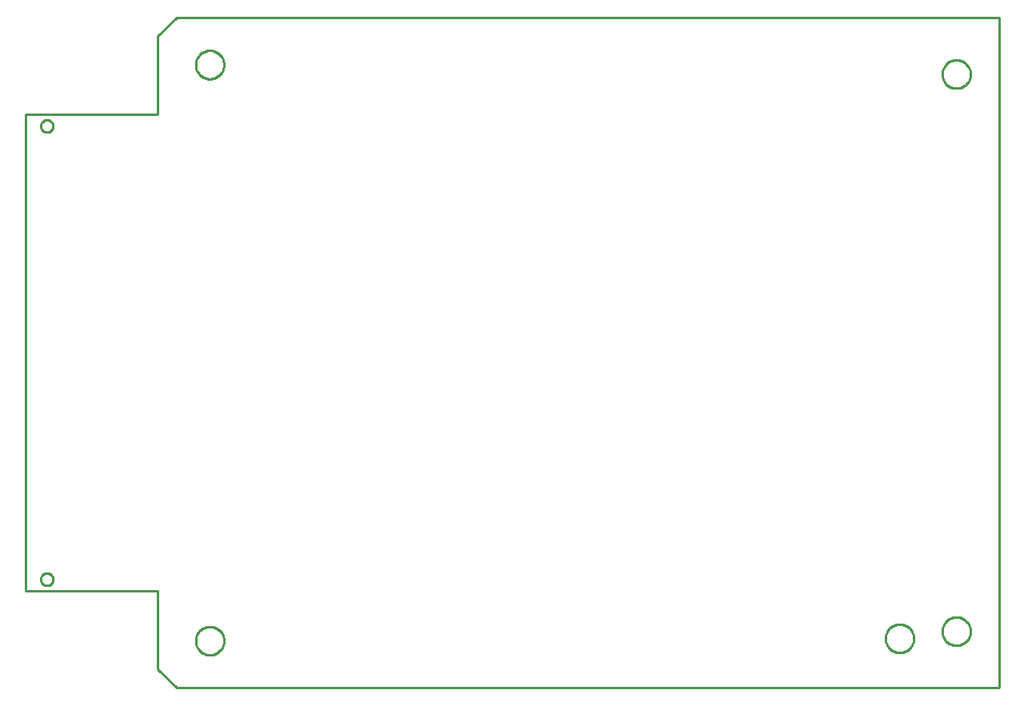
<source format=gbr>
G04 EAGLE Gerber RS-274X export*
G75*
%MOMM*%
%FSLAX34Y34*%
%LPD*%
%IN*%
%IPPOS*%
%AMOC8*
5,1,8,0,0,1.08239X$1,22.5*%
G01*
%ADD10C,0.254000*%


D10*
X0Y102465D02*
X140000Y102465D01*
X140000Y20000D01*
X160000Y0D01*
X1030000Y0D01*
X1030000Y710000D01*
X160000Y710000D01*
X140000Y690000D01*
X140000Y607535D01*
X0Y607535D01*
X0Y102465D01*
X29000Y114681D02*
X28937Y114045D01*
X28813Y113419D01*
X28627Y112808D01*
X28383Y112218D01*
X28082Y111654D01*
X27727Y111123D01*
X27322Y110630D01*
X26870Y110178D01*
X26377Y109773D01*
X25846Y109418D01*
X25282Y109117D01*
X24692Y108873D01*
X24081Y108687D01*
X23455Y108563D01*
X22819Y108500D01*
X22181Y108500D01*
X21545Y108563D01*
X20919Y108687D01*
X20308Y108873D01*
X19718Y109117D01*
X19154Y109418D01*
X18623Y109773D01*
X18130Y110178D01*
X17678Y110630D01*
X17273Y111123D01*
X16918Y111654D01*
X16617Y112218D01*
X16373Y112808D01*
X16187Y113419D01*
X16063Y114045D01*
X16000Y114681D01*
X16000Y115319D01*
X16063Y115955D01*
X16187Y116581D01*
X16373Y117192D01*
X16617Y117782D01*
X16918Y118346D01*
X17273Y118877D01*
X17678Y119370D01*
X18130Y119822D01*
X18623Y120227D01*
X19154Y120582D01*
X19718Y120883D01*
X20308Y121127D01*
X20919Y121313D01*
X21545Y121437D01*
X22181Y121500D01*
X22819Y121500D01*
X23455Y121437D01*
X24081Y121313D01*
X24692Y121127D01*
X25282Y120883D01*
X25846Y120582D01*
X26377Y120227D01*
X26870Y119822D01*
X27322Y119370D01*
X27727Y118877D01*
X28082Y118346D01*
X28383Y117782D01*
X28627Y117192D01*
X28813Y116581D01*
X28937Y115955D01*
X29000Y115319D01*
X29000Y114681D01*
X29000Y594681D02*
X28937Y594045D01*
X28813Y593419D01*
X28627Y592808D01*
X28383Y592218D01*
X28082Y591654D01*
X27727Y591123D01*
X27322Y590630D01*
X26870Y590178D01*
X26377Y589773D01*
X25846Y589418D01*
X25282Y589117D01*
X24692Y588873D01*
X24081Y588687D01*
X23455Y588563D01*
X22819Y588500D01*
X22181Y588500D01*
X21545Y588563D01*
X20919Y588687D01*
X20308Y588873D01*
X19718Y589117D01*
X19154Y589418D01*
X18623Y589773D01*
X18130Y590178D01*
X17678Y590630D01*
X17273Y591123D01*
X16918Y591654D01*
X16617Y592218D01*
X16373Y592808D01*
X16187Y593419D01*
X16063Y594045D01*
X16000Y594681D01*
X16000Y595319D01*
X16063Y595955D01*
X16187Y596581D01*
X16373Y597192D01*
X16617Y597782D01*
X16918Y598346D01*
X17273Y598877D01*
X17678Y599370D01*
X18130Y599822D01*
X18623Y600227D01*
X19154Y600582D01*
X19718Y600883D01*
X20308Y601127D01*
X20919Y601313D01*
X21545Y601437D01*
X22181Y601500D01*
X22819Y601500D01*
X23455Y601437D01*
X24081Y601313D01*
X24692Y601127D01*
X25282Y600883D01*
X25846Y600582D01*
X26377Y600227D01*
X26870Y599822D01*
X27322Y599370D01*
X27727Y598877D01*
X28082Y598346D01*
X28383Y597782D01*
X28627Y597192D01*
X28813Y596581D01*
X28937Y595955D01*
X29000Y595319D01*
X29000Y594681D01*
X210000Y659464D02*
X209924Y658396D01*
X209771Y657335D01*
X209543Y656288D01*
X209241Y655260D01*
X208867Y654256D01*
X208422Y653281D01*
X207908Y652341D01*
X207329Y651440D01*
X206687Y650582D01*
X205985Y649772D01*
X205228Y649015D01*
X204418Y648313D01*
X203560Y647671D01*
X202659Y647092D01*
X201719Y646578D01*
X200744Y646133D01*
X199740Y645759D01*
X198712Y645457D01*
X197665Y645229D01*
X196604Y645076D01*
X195536Y645000D01*
X194464Y645000D01*
X193396Y645076D01*
X192335Y645229D01*
X191288Y645457D01*
X190260Y645759D01*
X189256Y646133D01*
X188281Y646578D01*
X187341Y647092D01*
X186440Y647671D01*
X185582Y648313D01*
X184772Y649015D01*
X184015Y649772D01*
X183313Y650582D01*
X182671Y651440D01*
X182092Y652341D01*
X181578Y653281D01*
X181133Y654256D01*
X180759Y655260D01*
X180457Y656288D01*
X180229Y657335D01*
X180076Y658396D01*
X180000Y659464D01*
X180000Y660536D01*
X180076Y661604D01*
X180229Y662665D01*
X180457Y663712D01*
X180759Y664740D01*
X181133Y665744D01*
X181578Y666719D01*
X182092Y667659D01*
X182671Y668560D01*
X183313Y669418D01*
X184015Y670228D01*
X184772Y670985D01*
X185582Y671687D01*
X186440Y672329D01*
X187341Y672908D01*
X188281Y673422D01*
X189256Y673867D01*
X190260Y674241D01*
X191288Y674543D01*
X192335Y674771D01*
X193396Y674924D01*
X194464Y675000D01*
X195536Y675000D01*
X196604Y674924D01*
X197665Y674771D01*
X198712Y674543D01*
X199740Y674241D01*
X200744Y673867D01*
X201719Y673422D01*
X202659Y672908D01*
X203560Y672329D01*
X204418Y671687D01*
X205228Y670985D01*
X205985Y670228D01*
X206687Y669418D01*
X207329Y668560D01*
X207908Y667659D01*
X208422Y666719D01*
X208867Y665744D01*
X209241Y664740D01*
X209543Y663712D01*
X209771Y662665D01*
X209924Y661604D01*
X210000Y660536D01*
X210000Y659464D01*
X210000Y49464D02*
X209924Y48396D01*
X209771Y47335D01*
X209543Y46288D01*
X209241Y45260D01*
X208867Y44256D01*
X208422Y43281D01*
X207908Y42341D01*
X207329Y41440D01*
X206687Y40582D01*
X205985Y39772D01*
X205228Y39015D01*
X204418Y38313D01*
X203560Y37671D01*
X202659Y37092D01*
X201719Y36578D01*
X200744Y36133D01*
X199740Y35759D01*
X198712Y35457D01*
X197665Y35229D01*
X196604Y35076D01*
X195536Y35000D01*
X194464Y35000D01*
X193396Y35076D01*
X192335Y35229D01*
X191288Y35457D01*
X190260Y35759D01*
X189256Y36133D01*
X188281Y36578D01*
X187341Y37092D01*
X186440Y37671D01*
X185582Y38313D01*
X184772Y39015D01*
X184015Y39772D01*
X183313Y40582D01*
X182671Y41440D01*
X182092Y42341D01*
X181578Y43281D01*
X181133Y44256D01*
X180759Y45260D01*
X180457Y46288D01*
X180229Y47335D01*
X180076Y48396D01*
X180000Y49464D01*
X180000Y50536D01*
X180076Y51604D01*
X180229Y52665D01*
X180457Y53712D01*
X180759Y54740D01*
X181133Y55744D01*
X181578Y56719D01*
X182092Y57659D01*
X182671Y58560D01*
X183313Y59418D01*
X184015Y60228D01*
X184772Y60985D01*
X185582Y61687D01*
X186440Y62329D01*
X187341Y62908D01*
X188281Y63422D01*
X189256Y63867D01*
X190260Y64241D01*
X191288Y64543D01*
X192335Y64771D01*
X193396Y64924D01*
X194464Y65000D01*
X195536Y65000D01*
X196604Y64924D01*
X197665Y64771D01*
X198712Y64543D01*
X199740Y64241D01*
X200744Y63867D01*
X201719Y63422D01*
X202659Y62908D01*
X203560Y62329D01*
X204418Y61687D01*
X205228Y60985D01*
X205985Y60228D01*
X206687Y59418D01*
X207329Y58560D01*
X207908Y57659D01*
X208422Y56719D01*
X208867Y55744D01*
X209241Y54740D01*
X209543Y53712D01*
X209771Y52665D01*
X209924Y51604D01*
X210000Y50536D01*
X210000Y49464D01*
X940000Y51964D02*
X939924Y50896D01*
X939771Y49835D01*
X939543Y48788D01*
X939241Y47760D01*
X938867Y46756D01*
X938422Y45781D01*
X937908Y44841D01*
X937329Y43940D01*
X936687Y43082D01*
X935985Y42272D01*
X935228Y41515D01*
X934418Y40813D01*
X933560Y40171D01*
X932659Y39592D01*
X931719Y39078D01*
X930744Y38633D01*
X929740Y38259D01*
X928712Y37957D01*
X927665Y37729D01*
X926604Y37576D01*
X925536Y37500D01*
X924464Y37500D01*
X923396Y37576D01*
X922335Y37729D01*
X921288Y37957D01*
X920260Y38259D01*
X919256Y38633D01*
X918281Y39078D01*
X917341Y39592D01*
X916440Y40171D01*
X915582Y40813D01*
X914772Y41515D01*
X914015Y42272D01*
X913313Y43082D01*
X912671Y43940D01*
X912092Y44841D01*
X911578Y45781D01*
X911133Y46756D01*
X910759Y47760D01*
X910457Y48788D01*
X910229Y49835D01*
X910076Y50896D01*
X910000Y51964D01*
X910000Y53036D01*
X910076Y54104D01*
X910229Y55165D01*
X910457Y56212D01*
X910759Y57240D01*
X911133Y58244D01*
X911578Y59219D01*
X912092Y60159D01*
X912671Y61060D01*
X913313Y61918D01*
X914015Y62728D01*
X914772Y63485D01*
X915582Y64187D01*
X916440Y64829D01*
X917341Y65408D01*
X918281Y65922D01*
X919256Y66367D01*
X920260Y66741D01*
X921288Y67043D01*
X922335Y67271D01*
X923396Y67424D01*
X924464Y67500D01*
X925536Y67500D01*
X926604Y67424D01*
X927665Y67271D01*
X928712Y67043D01*
X929740Y66741D01*
X930744Y66367D01*
X931719Y65922D01*
X932659Y65408D01*
X933560Y64829D01*
X934418Y64187D01*
X935228Y63485D01*
X935985Y62728D01*
X936687Y61918D01*
X937329Y61060D01*
X937908Y60159D01*
X938422Y59219D01*
X938867Y58244D01*
X939241Y57240D01*
X939543Y56212D01*
X939771Y55165D01*
X939924Y54104D01*
X940000Y53036D01*
X940000Y51964D01*
X1000000Y59464D02*
X999924Y58396D01*
X999771Y57335D01*
X999543Y56288D01*
X999241Y55260D01*
X998867Y54256D01*
X998422Y53281D01*
X997908Y52341D01*
X997329Y51440D01*
X996687Y50582D01*
X995985Y49772D01*
X995228Y49015D01*
X994418Y48313D01*
X993560Y47671D01*
X992659Y47092D01*
X991719Y46578D01*
X990744Y46133D01*
X989740Y45759D01*
X988712Y45457D01*
X987665Y45229D01*
X986604Y45076D01*
X985536Y45000D01*
X984464Y45000D01*
X983396Y45076D01*
X982335Y45229D01*
X981288Y45457D01*
X980260Y45759D01*
X979256Y46133D01*
X978281Y46578D01*
X977341Y47092D01*
X976440Y47671D01*
X975582Y48313D01*
X974772Y49015D01*
X974015Y49772D01*
X973313Y50582D01*
X972671Y51440D01*
X972092Y52341D01*
X971578Y53281D01*
X971133Y54256D01*
X970759Y55260D01*
X970457Y56288D01*
X970229Y57335D01*
X970076Y58396D01*
X970000Y59464D01*
X970000Y60536D01*
X970076Y61604D01*
X970229Y62665D01*
X970457Y63712D01*
X970759Y64740D01*
X971133Y65744D01*
X971578Y66719D01*
X972092Y67659D01*
X972671Y68560D01*
X973313Y69418D01*
X974015Y70228D01*
X974772Y70985D01*
X975582Y71687D01*
X976440Y72329D01*
X977341Y72908D01*
X978281Y73422D01*
X979256Y73867D01*
X980260Y74241D01*
X981288Y74543D01*
X982335Y74771D01*
X983396Y74924D01*
X984464Y75000D01*
X985536Y75000D01*
X986604Y74924D01*
X987665Y74771D01*
X988712Y74543D01*
X989740Y74241D01*
X990744Y73867D01*
X991719Y73422D01*
X992659Y72908D01*
X993560Y72329D01*
X994418Y71687D01*
X995228Y70985D01*
X995985Y70228D01*
X996687Y69418D01*
X997329Y68560D01*
X997908Y67659D01*
X998422Y66719D01*
X998867Y65744D01*
X999241Y64740D01*
X999543Y63712D01*
X999771Y62665D01*
X999924Y61604D01*
X1000000Y60536D01*
X1000000Y59464D01*
X1000000Y649464D02*
X999924Y648396D01*
X999771Y647335D01*
X999543Y646288D01*
X999241Y645260D01*
X998867Y644256D01*
X998422Y643281D01*
X997908Y642341D01*
X997329Y641440D01*
X996687Y640582D01*
X995985Y639772D01*
X995228Y639015D01*
X994418Y638313D01*
X993560Y637671D01*
X992659Y637092D01*
X991719Y636578D01*
X990744Y636133D01*
X989740Y635759D01*
X988712Y635457D01*
X987665Y635229D01*
X986604Y635076D01*
X985536Y635000D01*
X984464Y635000D01*
X983396Y635076D01*
X982335Y635229D01*
X981288Y635457D01*
X980260Y635759D01*
X979256Y636133D01*
X978281Y636578D01*
X977341Y637092D01*
X976440Y637671D01*
X975582Y638313D01*
X974772Y639015D01*
X974015Y639772D01*
X973313Y640582D01*
X972671Y641440D01*
X972092Y642341D01*
X971578Y643281D01*
X971133Y644256D01*
X970759Y645260D01*
X970457Y646288D01*
X970229Y647335D01*
X970076Y648396D01*
X970000Y649464D01*
X970000Y650536D01*
X970076Y651604D01*
X970229Y652665D01*
X970457Y653712D01*
X970759Y654740D01*
X971133Y655744D01*
X971578Y656719D01*
X972092Y657659D01*
X972671Y658560D01*
X973313Y659418D01*
X974015Y660228D01*
X974772Y660985D01*
X975582Y661687D01*
X976440Y662329D01*
X977341Y662908D01*
X978281Y663422D01*
X979256Y663867D01*
X980260Y664241D01*
X981288Y664543D01*
X982335Y664771D01*
X983396Y664924D01*
X984464Y665000D01*
X985536Y665000D01*
X986604Y664924D01*
X987665Y664771D01*
X988712Y664543D01*
X989740Y664241D01*
X990744Y663867D01*
X991719Y663422D01*
X992659Y662908D01*
X993560Y662329D01*
X994418Y661687D01*
X995228Y660985D01*
X995985Y660228D01*
X996687Y659418D01*
X997329Y658560D01*
X997908Y657659D01*
X998422Y656719D01*
X998867Y655744D01*
X999241Y654740D01*
X999543Y653712D01*
X999771Y652665D01*
X999924Y651604D01*
X1000000Y650536D01*
X1000000Y649464D01*
M02*

</source>
